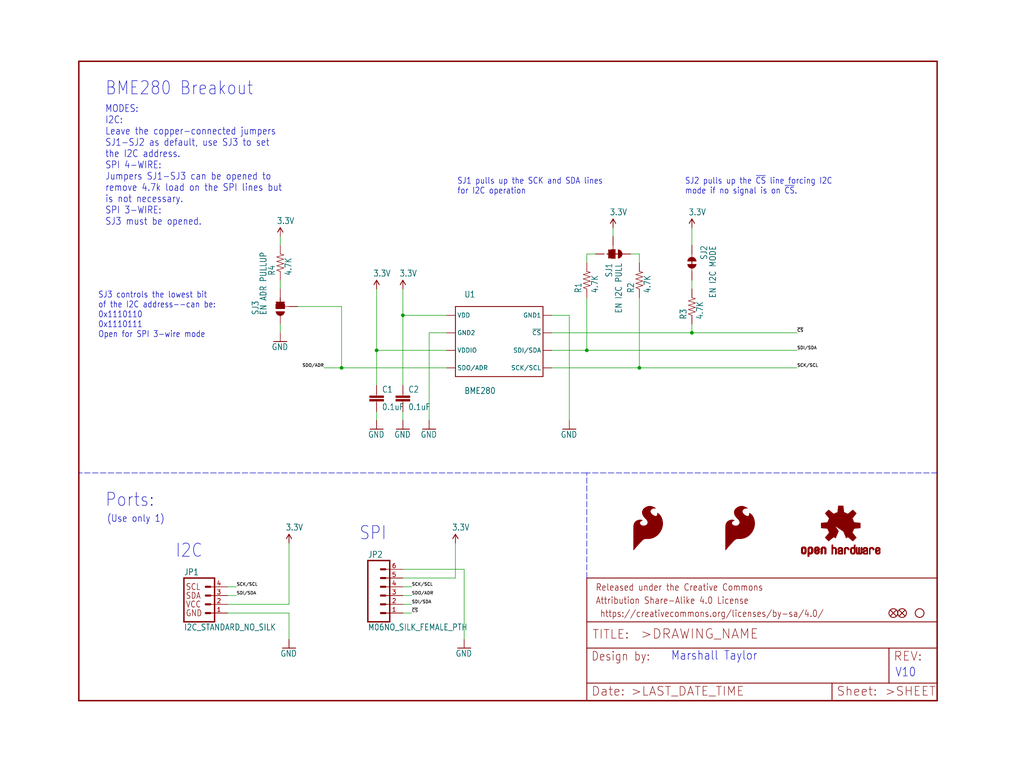
<source format=kicad_sch>
(kicad_sch (version 20211123) (generator eeschema)
  (paper "User" 297.002 223.926)
  (lib_symbols
    (symbol "eagleSchem-eagle-import:0.1UF-25V-5%(0603)"
      (property "Reference" "C" (at 1.524 2.921 0))
      (property "Value" "0.1UF-25V-5%(0603)" (at 1.524 -2.159 0))
      (symbol "0.1UF-25V-5%(0603)_1_0"
        (pin passive line (at 0 5.08 270) (length 2.54) (name "1") (number "1"))
        (pin passive line (at 0 -2.54 90) (length 2.54) (name "2") (number "2"))
      )
    )
    (symbol "eagleSchem-eagle-import:3.3V" (power)
      (property "Value" "3.3V" (at -1.016 3.556 0))
      (symbol "3.3V_1_0"
        (pin power_in line (at 0 0 90) (length 2.54) (name "3.3V") (number "1"))
      )
    )
    (symbol "eagleSchem-eagle-import:4.7KOHM-1{slash}10W-1%(0603)"
      (property "Reference" "R" (at -3.81 1.4986 0))
      (property "Value" "4.7KOHM-1{slash}10W-1%(0603)" (at -3.81 -3.302 0))
      (symbol "4.7KOHM-1{slash}10W-1%(0603)_1_0"
        (pin passive line (at -5.08 0 0) (length 2.54) (name "1") (number "1"))
        (pin passive line (at 5.08 0 180) (length 2.54) (name "2") (number "2"))
      )
    )
    (symbol "eagleSchem-eagle-import:BME280"
      (property "Reference" "U" (at -10.16 12.7 0))
      (property "Value" "BME280" (at -10.16 -15.24 0))
      (symbol "BME280_1_0"
        (pin bidirectional line (at 15.24 7.62 180) (length 2.54) (name "GND1") (number "P$1"))
        (pin bidirectional line (at 15.24 2.54 180) (length 2.54) (name "~{CS}") (number "P$2"))
        (pin bidirectional line (at 15.24 -2.54 180) (length 2.54) (name "SDI/SDA") (number "P$3"))
        (pin bidirectional line (at 15.24 -7.62 180) (length 2.54) (name "SCK/SCL") (number "P$4"))
        (pin bidirectional line (at -15.24 -7.62 0) (length 2.54) (name "SDO/ADR") (number "P$5"))
        (pin bidirectional line (at -15.24 -2.54 0) (length 2.54) (name "VDDIO") (number "P$6"))
        (pin bidirectional line (at -15.24 2.54 0) (length 2.54) (name "GND2") (number "P$7"))
        (pin bidirectional line (at -15.24 7.62 0) (length 2.54) (name "VDD") (number "P$8"))
      )
    )
    (symbol "eagleSchem-eagle-import:FIDUCIAL1X2")
    (symbol "eagleSchem-eagle-import:FRAME-LETTER"
      (symbol "FRAME-LETTER_2_0"
        (text " https://creativecommons.org/licenses/by-sa/4.0/" (at 2.54 24.13 0) (effects (font (size 1.9304 1.6408)) (justify left bottom)))
        (text ">DRAWING_NAME" (at 15.494 17.78 0) (effects (font (size 2.7432 2.7432)) (justify left bottom)))
        (text ">LAST_DATE_TIME" (at 12.7 1.27 0) (effects (font (size 2.54 2.54)) (justify left bottom)))
        (text ">SHEET" (at 86.36 1.27 0) (effects (font (size 2.54 2.54)) (justify left bottom)))
        (text "Attribution Share-Alike 4.0 License" (at 2.54 27.94 0) (effects (font (size 1.9304 1.6408)) (justify left bottom)))
        (text "Date:" (at 1.27 1.27 0) (effects (font (size 2.54 2.54)) (justify left bottom)))
        (text "Design by:" (at 1.27 11.43 0) (effects (font (size 2.54 2.159)) (justify left bottom)))
        (text "Released under the Creative Commons" (at 2.54 31.75 0) (effects (font (size 1.9304 1.6408)) (justify left bottom)))
        (text "REV:" (at 88.9 11.43 0) (effects (font (size 2.54 2.54)) (justify left bottom)))
        (text "Sheet:" (at 72.39 1.27 0) (effects (font (size 2.54 2.54)) (justify left bottom)))
        (text "TITLE:" (at 1.524 17.78 0) (effects (font (size 2.54 2.54)) (justify left bottom)))
      )
    )
    (symbol "eagleSchem-eagle-import:GND" (power)
      (property "Value" "GND" (at -2.54 -2.54 0))
      (symbol "GND_1_0"
        (pin power_in line (at 0 2.54 270) (length 2.54) (name "GND") (number "1"))
      )
    )
    (symbol "eagleSchem-eagle-import:I2C_STANDARD_NO_SILK"
      (property "Reference" "JP" (at -2.54 13.462 0))
      (property "Value" "I2C_STANDARD_NO_SILK" (at -2.54 -2.54 0))
      (symbol "I2C_STANDARD_NO_SILK_1_0"
        (text "GND" (at -2.032 2.54 0) (effects (font (size 1.778 1.5113)) (justify left)))
        (text "SCL" (at -2.032 10.16 0) (effects (font (size 1.778 1.5113)) (justify left)))
        (text "SDA" (at -2.032 7.62 0) (effects (font (size 1.778 1.5113)) (justify left)))
        (text "VCC" (at -2.032 5.08 0) (effects (font (size 1.778 1.5113)) (justify left)))
        (pin passive line (at 10.16 2.54 180) (length 5.08) (name "1") (number "1"))
        (pin passive line (at 10.16 5.08 180) (length 5.08) (name "2") (number "2"))
        (pin passive line (at 10.16 7.62 180) (length 5.08) (name "3") (number "3"))
        (pin passive line (at 10.16 10.16 180) (length 5.08) (name "4") (number "4"))
      )
    )
    (symbol "eagleSchem-eagle-import:JUMPER-PAD-2-NC_BY_TRACE"
      (property "Reference" "SJ" (at -2.54 2.54 0))
      (property "Value" "JUMPER-PAD-2-NC_BY_TRACE" (at -2.54 -5.08 0))
      (symbol "JUMPER-PAD-2-NC_BY_TRACE_1_0"
        (pin passive line (at -5.08 0 0) (length 2.54) (name "1") (number "1"))
        (pin passive line (at 5.08 0 180) (length 2.54) (name "2") (number "2"))
      )
    )
    (symbol "eagleSchem-eagle-import:JUMPER-PAD-3-2OF3_NC_BY_TRACE_SMALL"
      (property "Reference" "SJ" (at 2.54 0.381 0))
      (property "Value" "JUMPER-PAD-3-2OF3_NC_BY_TRACE_SMALL" (at 2.54 -1.905 0))
      (symbol "JUMPER-PAD-3-2OF3_NC_BY_TRACE_SMALL_1_0"
        (pin passive line (at 0 5.08 270) (length 2.54) (name "1") (number "1"))
        (pin passive line (at -5.08 0 0) (length 2.54) (name "2") (number "2"))
        (pin passive line (at 0 -5.08 90) (length 2.54) (name "3") (number "3"))
      )
    )
    (symbol "eagleSchem-eagle-import:JUMPER-PAD-3-NC_BY_TRACE"
      (property "Reference" "SJ" (at 2.54 0.381 0))
      (property "Value" "JUMPER-PAD-3-NC_BY_TRACE" (at 2.54 -1.905 0))
      (symbol "JUMPER-PAD-3-NC_BY_TRACE_1_0"
        (pin passive line (at 0 5.08 270) (length 2.54) (name "1") (number "1"))
        (pin passive line (at -5.08 0 0) (length 2.54) (name "2") (number "2"))
        (pin passive line (at 0 -5.08 90) (length 2.54) (name "3") (number "3"))
      )
    )
    (symbol "eagleSchem-eagle-import:M06NO_SILK_FEMALE_PTH"
      (property "Reference" "JP" (at -5.08 10.922 0))
      (property "Value" "M06NO_SILK_FEMALE_PTH" (at -5.08 -10.16 0))
      (symbol "M06NO_SILK_FEMALE_PTH_1_0"
        (pin passive line (at 5.08 -5.08 180) (length 5.08) (name "1") (number "1"))
        (pin passive line (at 5.08 -2.54 180) (length 5.08) (name "2") (number "2"))
        (pin passive line (at 5.08 0 180) (length 5.08) (name "3") (number "3"))
        (pin passive line (at 5.08 2.54 180) (length 5.08) (name "4") (number "4"))
        (pin passive line (at 5.08 5.08 180) (length 5.08) (name "5") (number "5"))
        (pin passive line (at 5.08 7.62 180) (length 5.08) (name "6") (number "6"))
      )
    )
    (symbol "eagleSchem-eagle-import:OSHW-LOGOS")
    (symbol "eagleSchem-eagle-import:SFE_LOGO_FLAME.1_INCH")
    (symbol "eagleSchem-eagle-import:STAND-OFF")
  )
  (junction (at 99.06 106.68))
  (junction (at 170.18 101.6))
  (junction (at 109.22 101.6))
  (junction (at 185.42 106.68))
  (junction (at 200.66 96.52))
  (junction (at 116.84 91.44))
  (wire (pts (xy 160.02 106.68) (xy 185.42 106.68)))
  (wire (pts (xy 83.82 177.8) (xy 83.82 185.42)))
  (wire (pts (xy 200.66 66.04) (xy 200.66 71.12)))
  (polyline (pts (xy 170.18 167.64) (xy 170.18 137.16)))
  (wire (pts (xy 109.22 111.76) (xy 109.22 101.6)))
  (wire (pts (xy 129.54 106.68) (xy 99.06 106.68)))
  (wire (pts (xy 160.02 96.52) (xy 200.66 96.52)))
  (wire (pts (xy 81.28 96.52) (xy 81.28 93.98)))
  (wire (pts (xy 185.42 86.36) (xy 185.42 106.68)))
  (polyline (pts (xy 170.18 137.16) (xy 22.86 137.16)))
  (wire (pts (xy 66.04 172.72) (xy 68.58 172.72)))
  (wire (pts (xy 160.02 101.6) (xy 170.18 101.6)))
  (wire (pts (xy 116.84 121.92) (xy 116.84 119.38)))
  (wire (pts (xy 116.84 165.1) (xy 134.62 165.1)))
  (wire (pts (xy 185.42 73.66) (xy 185.42 76.2)))
  (wire (pts (xy 116.84 175.26) (xy 119.38 175.26)))
  (wire (pts (xy 116.84 83.82) (xy 116.84 91.44)))
  (wire (pts (xy 177.8 66.04) (xy 177.8 68.58)))
  (wire (pts (xy 200.66 96.52) (xy 231.14 96.52)))
  (wire (pts (xy 81.28 71.12) (xy 81.28 68.58)))
  (wire (pts (xy 200.66 81.28) (xy 200.66 83.82)))
  (wire (pts (xy 83.82 175.26) (xy 83.82 157.48)))
  (wire (pts (xy 116.84 91.44) (xy 129.54 91.44)))
  (wire (pts (xy 172.72 73.66) (xy 170.18 73.66)))
  (wire (pts (xy 81.28 83.82) (xy 81.28 81.28)))
  (wire (pts (xy 99.06 106.68) (xy 93.98 106.68)))
  (wire (pts (xy 182.88 73.66) (xy 185.42 73.66)))
  (wire (pts (xy 165.1 91.44) (xy 165.1 121.92)))
  (wire (pts (xy 116.84 167.64) (xy 132.08 167.64)))
  (wire (pts (xy 170.18 86.36) (xy 170.18 101.6)))
  (wire (pts (xy 132.08 167.64) (xy 132.08 157.48)))
  (wire (pts (xy 99.06 88.9) (xy 99.06 106.68)))
  (wire (pts (xy 129.54 96.52) (xy 124.46 96.52)))
  (wire (pts (xy 160.02 91.44) (xy 165.1 91.44)))
  (wire (pts (xy 66.04 170.18) (xy 68.58 170.18)))
  (wire (pts (xy 185.42 106.68) (xy 231.14 106.68)))
  (wire (pts (xy 134.62 165.1) (xy 134.62 185.42)))
  (wire (pts (xy 109.22 101.6) (xy 109.22 83.82)))
  (wire (pts (xy 200.66 93.98) (xy 200.66 96.52)))
  (wire (pts (xy 170.18 101.6) (xy 231.14 101.6)))
  (wire (pts (xy 116.84 177.8) (xy 119.38 177.8)))
  (wire (pts (xy 129.54 101.6) (xy 109.22 101.6)))
  (wire (pts (xy 170.18 73.66) (xy 170.18 76.2)))
  (wire (pts (xy 124.46 96.52) (xy 124.46 121.92)))
  (wire (pts (xy 116.84 170.18) (xy 119.38 170.18)))
  (wire (pts (xy 66.04 177.8) (xy 83.82 177.8)))
  (wire (pts (xy 109.22 121.92) (xy 109.22 119.38)))
  (wire (pts (xy 116.84 172.72) (xy 119.38 172.72)))
  (polyline (pts (xy 271.78 137.16) (xy 170.18 137.16)))
  (wire (pts (xy 86.36 88.9) (xy 99.06 88.9)))
  (wire (pts (xy 66.04 175.26) (xy 83.82 175.26)))
  (wire (pts (xy 116.84 111.76) (xy 116.84 91.44)))
  (text "Marshall Taylor" (at 194.564 191.77 180) (effects (font (size 2.54 2.159)) (justify left bottom)))
  (text "SJ1 pulls up the SCK and SDA lines\nfor I2C operation" (at 132.588 51.562 0) (effects (font (size 1.778 1.5113)) (justify left top)))
  (text "SPI" (at 104.14 156.972 180) (effects (font (size 3.81 3.2385)) (justify left bottom)))
  (text "SJ3 controls the lowest bit\nof the I2C address--can be:\n0x1110110\n0x1110111\nOpen for SPI 3-wire mode" (at 28.448 84.582 0) (effects (font (size 1.778 1.5113)) (justify left top)))
  (text "MODES:\nI2C:\nLeave the copper-connected jumpers\nSJ1-SJ2 as default, use SJ3 to set\nthe I2C address.\nSPI 4-WIRE:\nJumpers SJ1-SJ3 can be opened to\nremove 4.7k load on the SPI lines but\nis not necessary.\nSPI 3-WIRE:\nSJ3 must be opened." (at 30.48 30.48 0) (effects (font (size 2.032 1.7272)) (justify left top)))
  (text "V10" (at 259.588 196.596 180) (effects (font (size 2.54 2.159)) (justify left bottom)))
  (text "Ports:" (at 30.48 147.32 180) (effects (font (size 3.81 3.2385)) (justify left bottom)))
  (text "I2C" (at 50.8 162.052 180) (effects (font (size 3.81 3.2385)) (justify left bottom)))
  (text "(Use only 1)" (at 30.988 149.352 180) (effects (font (size 2.032 1.7272)) (justify left top)))
  (text "BME280 Breakout" (at 30.48 27.94 180) (effects (font (size 3.81 3.2385)) (justify left bottom)))
  (text "SJ2 pulls up the ~{CS} line forcing I2C\nmode if no signal is on ~{CS}." (at 198.628 51.562 0) (effects (font (size 1.778 1.5113)) (justify left top)))
  (label "SCK/SCL" (at 119.38 170.18 0) (effects (font (size 0.889 0.889))))
  (label "SCK/SCL" (at 68.58 170.18 0) (effects (font (size 0.889 0.889))))
  (label "~{CS}" (at 119.38 177.8 0) (effects (font (size 0.889 0.889))))
  (label "SDO/ADR" (at 119.38 172.72 0) (effects (font (size 0.889 0.889))))
  (label "SCK/SCL" (at 231.14 106.68 0) (effects (font (size 0.889 0.889))))
  (label "SDI/SDA" (at 231.14 101.6 0) (effects (font (size 0.889 0.889))))
  (label "SDI/SDA" (at 119.38 175.26 0) (effects (font (size 0.889 0.889))))
  (label "~{CS}" (at 231.14 96.52 0) (effects (font (size 0.889 0.889))))
  (label "SDO/ADR" (at 93.98 106.68 180) (effects (font (size 0.889 0.889))))
  (label "SDI/SDA" (at 68.58 172.72 0) (effects (font (size 0.889 0.889))))
  (symbol (lib_id "eagleSchem-eagle-import:JUMPER-PAD-3-NC_BY_TRACE") (at 177.8 73.66 270) (unit 1)
    (property "Reference" "SJ1" (at 175.641 76.2 0) (effects (font (size 1.778 1.5113)) (justify left bottom)))
    (property "Value" "EN I2C PULL" (at 178.435 76.2 0) (effects (font (size 1.778 1.5113)) (justify left bottom)))
    (property "Footprint" "eagleSchem:PAD-JUMPER-3-3OF3_NC_BY_TRACE_YES_SILK_FULL_BOX" (effects hide))
  )
  (symbol (lib_id "eagleSchem-eagle-import:3.3V") (at 132.08 157.48 0) (unit 1)
    (property "Reference" "#SUPPLY7" (effects hide))
    (property "Value" "3.3V" (at 131.064 153.924 0) (effects (font (size 1.778 1.5113)) (justify left bottom)))
    (property "Footprint" "eagleSchem:" (effects hide))
  )
  (symbol (lib_id "eagleSchem-eagle-import:JUMPER-PAD-2-NC_BY_TRACE") (at 200.66 76.2 90) (unit 1)
    (property "Reference" "SJ2" (at 203.2 71.12 0) (effects (font (size 1.778 1.5113)) (justify right top)))
    (property "Value" "EN I2C MODE" (at 205.74 71.12 0) (effects (font (size 1.778 1.5113)) (justify right top)))
    (property "Footprint" "eagleSchem:PAD-JUMPER-2-NC_BY_TRACE_YES_SILK" (effects hide))
  )
  (symbol (lib_id "eagleSchem-eagle-import:3.3V") (at 83.82 157.48 0) (unit 1)
    (property "Reference" "#SUPPLY6" (effects hide))
    (property "Value" "3.3V" (at 82.804 153.924 0) (effects (font (size 1.778 1.5113)) (justify left bottom)))
    (property "Footprint" "eagleSchem:" (effects hide))
  )
  (symbol (lib_id "eagleSchem-eagle-import:SFE_LOGO_FLAME.1_INCH") (at 183.388 160.02 0) (unit 1)
    (property "Reference" "LOGO1" (effects hide))
    (property "Value" "SFE_LOGO_FLAME.1_INCH" (effects hide))
    (property "Footprint" "eagleSchem:SFE_LOGO_FLAME_.1" (effects hide))
  )
  (symbol (lib_id "eagleSchem-eagle-import:3.3V") (at 200.66 66.04 0) (unit 1)
    (property "Reference" "#SUPPLY4" (effects hide))
    (property "Value" "3.3V" (at 199.644 62.484 0) (effects (font (size 1.778 1.5113)) (justify left bottom)))
    (property "Footprint" "eagleSchem:" (effects hide))
  )
  (symbol (lib_id "eagleSchem-eagle-import:JUMPER-PAD-3-2OF3_NC_BY_TRACE_SMALL") (at 81.28 88.9 180) (unit 1)
    (property "Reference" "SJ3" (at 75.057 91.44 90) (effects (font (size 1.778 1.5113)) (justify right top)))
    (property "Value" "EN ADR PULLUP" (at 77.343 91.44 90) (effects (font (size 1.778 1.5113)) (justify right top)))
    (property "Footprint" "eagleSchem:PAD-JUMPER-3-2OF3_NC_BY_TRACE_YES_SILK_FULL_BOX" (effects hide))
  )
  (symbol (lib_id "eagleSchem-eagle-import:0.1UF-25V-5%(0603)") (at 116.84 116.84 0) (unit 1)
    (property "Reference" "C2" (at 118.364 113.919 0) (effects (font (size 1.778 1.5113)) (justify left bottom)))
    (property "Value" "0.1uF" (at 118.364 118.999 0) (effects (font (size 1.778 1.5113)) (justify left bottom)))
    (property "Footprint" "eagleSchem:0603-CAP" (effects hide))
  )
  (symbol (lib_id "eagleSchem-eagle-import:3.3V") (at 116.84 83.82 0) (unit 1)
    (property "Reference" "#SUPPLY1" (effects hide))
    (property "Value" "3.3V" (at 115.824 80.264 0) (effects (font (size 1.778 1.5113)) (justify left bottom)))
    (property "Footprint" "eagleSchem:" (effects hide))
  )
  (symbol (lib_id "eagleSchem-eagle-import:FIDUCIAL1X2") (at 261.62 177.8 0) (unit 1)
    (property "Reference" "FID1" (effects hide))
    (property "Value" "FIDUCIAL1X2" (effects hide))
    (property "Footprint" "eagleSchem:FIDUCIAL-1X2" (effects hide))
  )
  (symbol (lib_id "eagleSchem-eagle-import:FRAME-LETTER") (at 22.86 203.2 0) (unit 1)
    (property "Reference" "FRAME1" (effects hide))
    (property "Value" "FRAME-LETTER" (effects hide))
    (property "Footprint" "eagleSchem:CREATIVE_COMMONS" (effects hide))
  )
  (symbol (lib_id "eagleSchem-eagle-import:FIDUCIAL1X2") (at 259.08 177.8 0) (unit 1)
    (property "Reference" "FID2" (effects hide))
    (property "Value" "FIDUCIAL1X2" (effects hide))
    (property "Footprint" "eagleSchem:FIDUCIAL-1X2" (effects hide))
  )
  (symbol (lib_id "eagleSchem-eagle-import:GND") (at 116.84 124.46 0) (unit 1)
    (property "Reference" "#GND3" (effects hide))
    (property "Value" "GND" (at 114.3 127 0) (effects (font (size 1.778 1.5113)) (justify left bottom)))
    (property "Footprint" "eagleSchem:" (effects hide))
  )
  (symbol (lib_id "eagleSchem-eagle-import:4.7KOHM-1{slash}10W-1%(0603)") (at 200.66 88.9 90) (unit 1)
    (property "Reference" "R3" (at 199.1614 92.71 0) (effects (font (size 1.778 1.5113)) (justify left bottom)))
    (property "Value" "4.7K" (at 203.962 92.71 0) (effects (font (size 1.778 1.5113)) (justify left bottom)))
    (property "Footprint" "eagleSchem:0603-RES" (effects hide))
  )
  (symbol (lib_id "eagleSchem-eagle-import:4.7KOHM-1{slash}10W-1%(0603)") (at 185.42 81.28 90) (unit 1)
    (property "Reference" "R2" (at 183.9214 85.09 0) (effects (font (size 1.778 1.5113)) (justify left bottom)))
    (property "Value" "4.7K" (at 188.722 85.09 0) (effects (font (size 1.778 1.5113)) (justify left bottom)))
    (property "Footprint" "eagleSchem:0603-RES" (effects hide))
  )
  (symbol (lib_id "eagleSchem-eagle-import:GND") (at 124.46 124.46 0) (unit 1)
    (property "Reference" "#GND1" (effects hide))
    (property "Value" "GND" (at 121.92 127 0) (effects (font (size 1.778 1.5113)) (justify left bottom)))
    (property "Footprint" "eagleSchem:" (effects hide))
  )
  (symbol (lib_id "eagleSchem-eagle-import:3.3V") (at 177.8 66.04 0) (unit 1)
    (property "Reference" "#SUPPLY3" (effects hide))
    (property "Value" "3.3V" (at 176.784 62.484 0) (effects (font (size 1.778 1.5113)) (justify left bottom)))
    (property "Footprint" "eagleSchem:" (effects hide))
  )
  (symbol (lib_id "eagleSchem-eagle-import:FRAME-LETTER") (at 170.18 203.2 0) (unit 2)
    (property "Reference" "FRAME1" (effects hide))
    (property "Value" "FRAME-LETTER" (effects hide))
    (property "Footprint" "eagleSchem:CREATIVE_COMMONS" (effects hide))
  )
  (symbol (lib_id "eagleSchem-eagle-import:4.7KOHM-1{slash}10W-1%(0603)") (at 170.18 81.28 90) (unit 1)
    (property "Reference" "R1" (at 168.6814 85.09 0) (effects (font (size 1.778 1.5113)) (justify left bottom)))
    (property "Value" "4.7K" (at 173.482 85.09 0) (effects (font (size 1.778 1.5113)) (justify left bottom)))
    (property "Footprint" "eagleSchem:0603-RES" (effects hide))
  )
  (symbol (lib_id "eagleSchem-eagle-import:3.3V") (at 109.22 83.82 0) (unit 1)
    (property "Reference" "#SUPPLY2" (effects hide))
    (property "Value" "3.3V" (at 108.204 80.264 0) (effects (font (size 1.778 1.5113)) (justify left bottom)))
    (property "Footprint" "eagleSchem:" (effects hide))
  )
  (symbol (lib_id "eagleSchem-eagle-import:OSHW-LOGOS") (at 243.84 152.4 0) (unit 1)
    (property "Reference" "LOGO3" (effects hide))
    (property "Value" "OSHW-LOGOS" (effects hide))
    (property "Footprint" "eagleSchem:OSHW-LOGO-S" (effects hide))
  )
  (symbol (lib_id "eagleSchem-eagle-import:I2C_STANDARD_NO_SILK") (at 55.88 180.34 0) (unit 1)
    (property "Reference" "JP1" (at 53.34 166.878 0) (effects (font (size 1.778 1.5113)) (justify left bottom)))
    (property "Value" "I2C_STANDARD_NO_SILK" (at 53.34 182.88 0) (effects (font (size 1.778 1.5113)) (justify left bottom)))
    (property "Footprint" "eagleSchem:1X04_NO_SILK" (effects hide))
  )
  (symbol (lib_id "eagleSchem-eagle-import:GND") (at 83.82 187.96 0) (unit 1)
    (property "Reference" "#GND6" (effects hide))
    (property "Value" "GND" (at 81.28 190.5 0) (effects (font (size 1.778 1.5113)) (justify left bottom)))
    (property "Footprint" "eagleSchem:" (effects hide))
  )
  (symbol (lib_id "eagleSchem-eagle-import:4.7KOHM-1{slash}10W-1%(0603)") (at 81.28 76.2 90) (unit 1)
    (property "Reference" "R4" (at 79.7814 80.01 0) (effects (font (size 1.778 1.5113)) (justify left bottom)))
    (property "Value" "4.7K" (at 84.582 80.01 0) (effects (font (size 1.778 1.5113)) (justify left bottom)))
    (property "Footprint" "eagleSchem:0603-RES" (effects hide))
  )
  (symbol (lib_id "eagleSchem-eagle-import:SFE_LOGO_FLAME.1_INCH") (at 210.058 160.02 0) (unit 1)
    (property "Reference" "LOGO2" (effects hide))
    (property "Value" "SFE_LOGO_FLAME.1_INCH" (effects hide))
    (property "Footprint" "eagleSchem:SFE_LOGO_FLAME_.1" (effects hide))
  )
  (symbol (lib_id "eagleSchem-eagle-import:M06NO_SILK_FEMALE_PTH") (at 111.76 172.72 0) (unit 1)
    (property "Reference" "JP2" (at 106.68 161.798 0) (effects (font (size 1.778 1.5113)) (justify left bottom)))
    (property "Value" "M06NO_SILK_FEMALE_PTH" (at 106.68 182.88 0) (effects (font (size 1.778 1.5113)) (justify left bottom)))
    (property "Footprint" "eagleSchem:1X06_NO_SILK" (effects hide))
  )
  (symbol (lib_id "eagleSchem-eagle-import:STAND-OFF") (at 266.7 177.8 0) (unit 1)
    (property "Reference" "STANDOFF4" (effects hide))
    (property "Value" "STAND-OFF" (effects hide))
    (property "Footprint" "eagleSchem:STAND-OFF" (effects hide))
  )
  (symbol (lib_id "eagleSchem-eagle-import:GND") (at 165.1 124.46 0) (unit 1)
    (property "Reference" "#GND2" (effects hide))
    (property "Value" "GND" (at 162.56 127 0) (effects (font (size 1.778 1.5113)) (justify left bottom)))
    (property "Footprint" "eagleSchem:" (effects hide))
  )
  (symbol (lib_id "eagleSchem-eagle-import:GND") (at 134.62 187.96 0) (unit 1)
    (property "Reference" "#GND7" (effects hide))
    (property "Value" "GND" (at 132.08 190.5 0) (effects (font (size 1.778 1.5113)) (justify left bottom)))
    (property "Footprint" "eagleSchem:" (effects hide))
  )
  (symbol (lib_id "eagleSchem-eagle-import:3.3V") (at 81.28 68.58 0) (unit 1)
    (property "Reference" "#SUPPLY5" (effects hide))
    (property "Value" "3.3V" (at 80.264 65.024 0) (effects (font (size 1.778 1.5113)) (justify left bottom)))
    (property "Footprint" "eagleSchem:" (effects hide))
  )
  (symbol (lib_id "eagleSchem-eagle-import:BME280") (at 144.78 99.06 0) (unit 1)
    (property "Reference" "U1" (at 134.62 86.36 0) (effects (font (size 1.778 1.5113)) (justify left bottom)))
    (property "Value" "BME280" (at 134.62 114.3 0) (effects (font (size 1.778 1.5113)) (justify left bottom)))
    (property "Footprint" "eagleSchem:BME280_LGA" (effects hide))
  )
  (symbol (lib_id "eagleSchem-eagle-import:0.1UF-25V-5%(0603)") (at 109.22 116.84 0) (unit 1)
    (property "Reference" "C1" (at 110.744 113.919 0) (effects (font (size 1.778 1.5113)) (justify left bottom)))
    (property "Value" "0.1uF" (at 110.744 118.999 0) (effects (font (size 1.778 1.5113)) (justify left bottom)))
    (property "Footprint" "eagleSchem:0603-CAP" (effects hide))
  )
  (symbol (lib_id "eagleSchem-eagle-import:GND") (at 109.22 124.46 0) (unit 1)
    (property "Reference" "#GND4" (effects hide))
    (property "Value" "GND" (at 106.68 127 0) (effects (font (size 1.778 1.5113)) (justify left bottom)))
    (property "Footprint" "eagleSchem:" (effects hide))
  )
  (symbol (lib_id "eagleSchem-eagle-import:GND") (at 81.28 99.06 0) (unit 1)
    (property "Reference" "#GND5" (effects hide))
    (property "Value" "GND" (at 78.74 101.6 0) (effects (font (size 1.778 1.5113)) (justify left bottom)))
    (property "Footprint" "eagleSchem:" (effects hide))
  )
)
</source>
